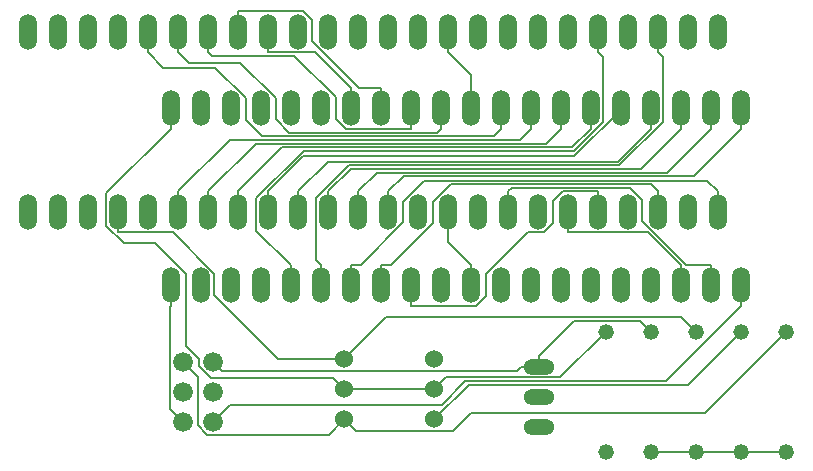
<source format=gtl>
G04 #@! TF.FileFunction,Copper,L1,Top,Signal*
%FSLAX46Y46*%
G04 Gerber Fmt 4.6, Leading zero omitted, Abs format (unit mm)*
G04 Created by KiCad (PCBNEW 4.0.6) date 06/26/18 14:47:35*
%MOMM*%
%LPD*%
G01*
G04 APERTURE LIST*
%ADD10C,0.100000*%
%ADD11C,1.524000*%
%ADD12O,2.641600X1.320800*%
%ADD13C,1.320800*%
%ADD14C,1.676400*%
%ADD15O,1.506220X3.014980*%
%ADD16C,0.152400*%
G04 APERTURE END LIST*
D10*
D11*
X144780000Y-118745000D03*
X144780000Y-116205000D03*
X144780000Y-121285000D03*
X152400000Y-121285000D03*
X152400000Y-118745000D03*
X152400000Y-116205000D03*
D12*
X161290000Y-119380000D03*
X161290000Y-116840000D03*
X161290000Y-121920000D03*
D13*
X182156000Y-113894000D03*
X182156000Y-124054000D03*
X178346000Y-113894000D03*
X178346000Y-124054000D03*
X174536000Y-113894000D03*
X174536000Y-124054000D03*
X170726000Y-124054000D03*
X170726000Y-113894000D03*
X166916000Y-113894000D03*
X166916000Y-124054000D03*
D14*
X131086000Y-121514000D03*
X131086000Y-118974000D03*
X131086000Y-116434000D03*
X133626000Y-121514000D03*
X133626000Y-118974000D03*
X133626000Y-116434000D03*
D15*
X130086000Y-109957000D03*
X132626000Y-109957000D03*
X135166000Y-109957000D03*
X137706000Y-109957000D03*
X140246000Y-109957000D03*
X142786000Y-109957000D03*
X145326000Y-109957000D03*
X147866000Y-109957000D03*
X150406000Y-109957000D03*
X152946000Y-109957000D03*
X155486000Y-109957000D03*
X158026000Y-109957000D03*
X160566000Y-109957000D03*
X163106000Y-109957000D03*
X165646000Y-109957000D03*
X168186000Y-109957000D03*
X170726000Y-109957000D03*
X173266000Y-109957000D03*
X175806000Y-109957000D03*
X178346000Y-109957000D03*
X178346000Y-94971000D03*
X175806000Y-94971000D03*
X173266000Y-94971000D03*
X170726000Y-94971000D03*
X168186000Y-94971000D03*
X165646000Y-94971000D03*
X163106000Y-94971000D03*
X160566000Y-94971000D03*
X158026000Y-94971000D03*
X155486000Y-94971000D03*
X152946000Y-94971000D03*
X150406000Y-94971000D03*
X147866000Y-94971000D03*
X145326000Y-94971000D03*
X142786000Y-94971000D03*
X140246000Y-94971000D03*
X137706000Y-94971000D03*
X135166000Y-94971000D03*
X132626000Y-94971000D03*
X130086000Y-94971000D03*
X118021000Y-103733600D03*
X120561000Y-103733600D03*
X123101000Y-103733600D03*
X125641000Y-103733600D03*
X128181000Y-103733600D03*
X130721000Y-103733600D03*
X133261000Y-103733600D03*
X135801000Y-103733600D03*
X138341000Y-103733600D03*
X140881000Y-103733600D03*
X143421000Y-103733600D03*
X145961000Y-103733600D03*
X148501000Y-103733600D03*
X151041000Y-103733600D03*
X153581000Y-103733600D03*
X156121000Y-103733600D03*
X158661000Y-103733600D03*
X161201000Y-103733600D03*
X163741000Y-103733600D03*
X166281000Y-103733600D03*
X168821000Y-103733600D03*
X171361000Y-103733600D03*
X173901000Y-103733600D03*
X176441000Y-103733600D03*
X176441000Y-88493600D03*
X173901000Y-88493600D03*
X171361000Y-88493600D03*
X168821000Y-88493600D03*
X166281000Y-88493600D03*
X163741000Y-88493600D03*
X161201000Y-88493600D03*
X158661000Y-88493600D03*
X156121000Y-88493600D03*
X153581000Y-88493600D03*
X151041000Y-88493600D03*
X148501000Y-88493600D03*
X145961000Y-88493600D03*
X143421000Y-88493600D03*
X140881000Y-88493600D03*
X138341000Y-88493600D03*
X135801000Y-88493600D03*
X133261000Y-88493600D03*
X130721000Y-88493600D03*
X128181000Y-88493600D03*
X125641000Y-88493600D03*
X123101000Y-88493600D03*
X120561000Y-88493600D03*
X118021000Y-88493600D03*
D16*
X170726000Y-124054000D02*
X174536000Y-124054000D01*
X174536000Y-124054000D02*
X178346000Y-124054000D01*
X178346000Y-124054000D02*
X182156000Y-124054000D01*
X153581000Y-106315600D02*
X155486000Y-108220600D01*
X153581000Y-103733600D02*
X153581000Y-106315600D01*
X155486000Y-109957000D02*
X155486000Y-108220600D01*
X155486000Y-92135000D02*
X155486000Y-94971000D01*
X153581000Y-90230000D02*
X155486000Y-92135000D01*
X153581000Y-88493600D02*
X153581000Y-90230000D01*
X153415300Y-117729700D02*
X152400000Y-118745000D01*
X163080300Y-117729700D02*
X153415300Y-117729700D01*
X166916000Y-113894000D02*
X163080300Y-117729700D01*
X152400000Y-118745000D02*
X144780000Y-118745000D01*
X124643400Y-102150000D02*
X130086000Y-96707400D01*
X124643400Y-104905000D02*
X124643400Y-102150000D01*
X126114400Y-106376000D02*
X124643400Y-104905000D01*
X128716400Y-106376000D02*
X126114400Y-106376000D01*
X131356000Y-109015600D02*
X128716400Y-106376000D01*
X131356000Y-115078900D02*
X131356000Y-109015600D01*
X132464000Y-116186900D02*
X131356000Y-115078900D01*
X132464000Y-116786700D02*
X132464000Y-116186900D01*
X133451100Y-117773800D02*
X132464000Y-116786700D01*
X143808800Y-117773800D02*
X133451100Y-117773800D01*
X144780000Y-118745000D02*
X143808800Y-117773800D01*
X130086000Y-94971000D02*
X130086000Y-96707400D01*
X161290000Y-116840000D02*
X161290000Y-115950700D01*
X169832900Y-113000900D02*
X170726000Y-113894000D01*
X164239800Y-113000900D02*
X169832900Y-113000900D01*
X161290000Y-115950700D02*
X164239800Y-113000900D01*
X159384300Y-117196000D02*
X159740300Y-116840000D01*
X134388000Y-117196000D02*
X159384300Y-117196000D01*
X133626000Y-116434000D02*
X134388000Y-117196000D01*
X161290000Y-116840000D02*
X159740300Y-116840000D01*
X130003700Y-120431700D02*
X131086000Y-121514000D01*
X130003700Y-111775700D02*
X130003700Y-120431700D01*
X130086000Y-111693400D02*
X130003700Y-111775700D01*
X130086000Y-109957000D02*
X130086000Y-111693400D01*
X175323700Y-120726300D02*
X182156000Y-113894000D01*
X155498300Y-120726300D02*
X175323700Y-120726300D01*
X153941700Y-122282900D02*
X155498300Y-120726300D01*
X145777900Y-122282900D02*
X153941700Y-122282900D01*
X144780000Y-121285000D02*
X145777900Y-122282900D01*
X143465700Y-122599300D02*
X144780000Y-121285000D01*
X133194000Y-122599300D02*
X143465700Y-122599300D01*
X132356100Y-121761400D02*
X133194000Y-122599300D01*
X132356100Y-117704100D02*
X132356100Y-121761400D01*
X131086000Y-116434000D02*
X132356100Y-117704100D01*
X155332600Y-118352400D02*
X152400000Y-121285000D01*
X173887600Y-118352400D02*
X155332600Y-118352400D01*
X178346000Y-113894000D02*
X173887600Y-118352400D01*
X125641000Y-103733600D02*
X125641000Y-105470000D01*
X139202600Y-116205000D02*
X144780000Y-116205000D01*
X133788000Y-110790400D02*
X139202600Y-116205000D01*
X133788000Y-108966500D02*
X133788000Y-110790400D01*
X130291500Y-105470000D02*
X133788000Y-108966500D01*
X125641000Y-105470000D02*
X130291500Y-105470000D01*
X173296300Y-112654300D02*
X174536000Y-113894000D01*
X148330700Y-112654300D02*
X173296300Y-112654300D01*
X144780000Y-116205000D02*
X148330700Y-112654300D01*
X135098800Y-120041200D02*
X133626000Y-121514000D01*
X153011500Y-120041200D02*
X135098800Y-120041200D01*
X155017900Y-118034800D02*
X153011500Y-120041200D01*
X172004600Y-118034800D02*
X155017900Y-118034800D01*
X178346000Y-111693400D02*
X172004600Y-118034800D01*
X178346000Y-109957000D02*
X178346000Y-111693400D01*
X166281000Y-88493600D02*
X166281000Y-90230000D01*
X140246000Y-109957000D02*
X140246000Y-108220600D01*
X137340700Y-105315300D02*
X140246000Y-108220600D01*
X137340700Y-102565800D02*
X137340700Y-105315300D01*
X141336800Y-98569700D02*
X137340700Y-102565800D01*
X164215200Y-98569700D02*
X141336800Y-98569700D01*
X166665400Y-96119500D02*
X164215200Y-98569700D01*
X166665400Y-90614400D02*
X166665400Y-96119500D01*
X166281000Y-90230000D02*
X166665400Y-90614400D01*
X171361000Y-88493600D02*
X171361000Y-90230000D01*
X142786000Y-109957000D02*
X142786000Y-108220600D01*
X171745400Y-90614400D02*
X171361000Y-90230000D01*
X171745400Y-96119600D02*
X171745400Y-90614400D01*
X168074900Y-99790100D02*
X171745400Y-96119600D01*
X145155000Y-99790100D02*
X168074900Y-99790100D01*
X142389100Y-102556000D02*
X145155000Y-99790100D01*
X142389100Y-107823700D02*
X142389100Y-102556000D01*
X142786000Y-108220600D02*
X142389100Y-107823700D01*
X176441000Y-103733600D02*
X176441000Y-101997200D01*
X145326000Y-109957000D02*
X145326000Y-108220600D01*
X175525700Y-101081900D02*
X176441000Y-101997200D01*
X151547500Y-101081900D02*
X175525700Y-101081900D01*
X149771000Y-102858400D02*
X151547500Y-101081900D01*
X149771000Y-104613900D02*
X149771000Y-102858400D01*
X146164300Y-108220600D02*
X149771000Y-104613900D01*
X145326000Y-108220600D02*
X146164300Y-108220600D01*
X147866000Y-109957000D02*
X147866000Y-108220600D01*
X171361000Y-103733600D02*
X171361000Y-101997200D01*
X170750800Y-101387000D02*
X171361000Y-101997200D01*
X153775800Y-101387000D02*
X170750800Y-101387000D01*
X152311000Y-102851800D02*
X153775800Y-101387000D01*
X152311000Y-104651500D02*
X152311000Y-102851800D01*
X148741900Y-108220600D02*
X152311000Y-104651500D01*
X147866000Y-108220600D02*
X148741900Y-108220600D01*
X155950800Y-111693400D02*
X150406000Y-111693400D01*
X156756000Y-110888200D02*
X155950800Y-111693400D01*
X156756000Y-109010400D02*
X156756000Y-110888200D01*
X160296300Y-105470100D02*
X156756000Y-109010400D01*
X161672900Y-105470100D02*
X160296300Y-105470100D01*
X162471000Y-104672000D02*
X161672900Y-105470100D01*
X162471000Y-102843100D02*
X162471000Y-104672000D01*
X163316900Y-101997200D02*
X162471000Y-102843100D01*
X166281000Y-101997200D02*
X163316900Y-101997200D01*
X166281000Y-103733600D02*
X166281000Y-101997200D01*
X150406000Y-109957000D02*
X150406000Y-111693400D01*
X163741000Y-103733600D02*
X163741000Y-105470000D01*
X173266000Y-109957000D02*
X173266000Y-108220600D01*
X170515400Y-105470000D02*
X173266000Y-108220600D01*
X163741000Y-105470000D02*
X170515400Y-105470000D01*
X158661000Y-103733600D02*
X158661000Y-101997200D01*
X175806000Y-109957000D02*
X175806000Y-108220600D01*
X173704600Y-108220600D02*
X175806000Y-108220600D01*
X169983000Y-104499000D02*
X173704600Y-108220600D01*
X169983000Y-102725400D02*
X169983000Y-104499000D01*
X168949700Y-101692100D02*
X169983000Y-102725400D01*
X158966100Y-101692100D02*
X168949700Y-101692100D01*
X158661000Y-101997200D02*
X158966100Y-101692100D01*
X148501000Y-103733600D02*
X148501000Y-101997200D01*
X178346000Y-94971000D02*
X178346000Y-96707400D01*
X174348000Y-100705400D02*
X178346000Y-96707400D01*
X149792800Y-100705400D02*
X174348000Y-100705400D01*
X148501000Y-101997200D02*
X149792800Y-100705400D01*
X145961000Y-103733600D02*
X145961000Y-101997200D01*
X175806000Y-94971000D02*
X175806000Y-96707400D01*
X172113100Y-100400300D02*
X175806000Y-96707400D01*
X147557900Y-100400300D02*
X172113100Y-100400300D01*
X145961000Y-101997200D02*
X147557900Y-100400300D01*
X143421000Y-103733600D02*
X143421000Y-101997200D01*
X173266000Y-94971000D02*
X173266000Y-96707400D01*
X169878200Y-100095200D02*
X173266000Y-96707400D01*
X145323000Y-100095200D02*
X169878200Y-100095200D01*
X143421000Y-101997200D02*
X145323000Y-100095200D01*
X140881000Y-103733600D02*
X140881000Y-101997200D01*
X170726000Y-94971000D02*
X170726000Y-96707400D01*
X167948400Y-99485000D02*
X170726000Y-96707400D01*
X143393200Y-99485000D02*
X167948400Y-99485000D01*
X140881000Y-101997200D02*
X143393200Y-99485000D01*
X168186000Y-95090600D02*
X168186000Y-94971000D01*
X164249200Y-99027400D02*
X168186000Y-95090600D01*
X141310800Y-99027400D02*
X164249200Y-99027400D01*
X138341000Y-101997200D02*
X141310800Y-99027400D01*
X138341000Y-103733600D02*
X138341000Y-101997200D01*
X135801000Y-103733600D02*
X135801000Y-101997200D01*
X165646000Y-94971000D02*
X165646000Y-96707400D01*
X139533600Y-98264600D02*
X135801000Y-101997200D01*
X164088800Y-98264600D02*
X139533600Y-98264600D01*
X165646000Y-96707400D02*
X164088800Y-98264600D01*
X133261000Y-103733600D02*
X133261000Y-101997200D01*
X163106000Y-94971000D02*
X163106000Y-96707400D01*
X161853900Y-97959500D02*
X163106000Y-96707400D01*
X137298700Y-97959500D02*
X161853900Y-97959500D01*
X133261000Y-101997200D02*
X137298700Y-97959500D01*
X130721000Y-103733600D02*
X130721000Y-101997200D01*
X160566000Y-94971000D02*
X160566000Y-96707400D01*
X159619000Y-97654400D02*
X160566000Y-96707400D01*
X135063800Y-97654400D02*
X159619000Y-97654400D01*
X130721000Y-101997200D02*
X135063800Y-97654400D01*
X128181000Y-88493600D02*
X128181000Y-90230000D01*
X158026000Y-94971000D02*
X158026000Y-96707400D01*
X157415800Y-97317600D02*
X158026000Y-96707400D01*
X137840400Y-97317600D02*
X157415800Y-97317600D01*
X136436000Y-95913200D02*
X137840400Y-97317600D01*
X136436000Y-94090700D02*
X136436000Y-95913200D01*
X133860000Y-91514700D02*
X136436000Y-94090700D01*
X129465700Y-91514700D02*
X133860000Y-91514700D01*
X128181000Y-90230000D02*
X129465700Y-91514700D01*
X152640900Y-97012500D02*
X152946000Y-96707400D01*
X140133100Y-97012500D02*
X152640900Y-97012500D01*
X138976000Y-95855400D02*
X140133100Y-97012500D01*
X138976000Y-94090800D02*
X138976000Y-95855400D01*
X135986800Y-91101600D02*
X138976000Y-94090800D01*
X131592600Y-91101600D02*
X135986800Y-91101600D01*
X130721000Y-90230000D02*
X131592600Y-91101600D01*
X152946000Y-94971000D02*
X152946000Y-96707400D01*
X130721000Y-88493600D02*
X130721000Y-90230000D01*
X144902600Y-96707400D02*
X150406000Y-96707400D01*
X144056000Y-95860800D02*
X144902600Y-96707400D01*
X144056000Y-94039600D02*
X144056000Y-95860800D01*
X140551600Y-90535200D02*
X144056000Y-94039600D01*
X133566200Y-90535200D02*
X140551600Y-90535200D01*
X133261000Y-90230000D02*
X133566200Y-90535200D01*
X133261000Y-88493600D02*
X133261000Y-90230000D01*
X150406000Y-94971000D02*
X150406000Y-96707400D01*
X146018600Y-93234600D02*
X147866000Y-93234600D01*
X142043000Y-89259000D02*
X146018600Y-93234600D01*
X142043000Y-87507700D02*
X142043000Y-89259000D01*
X141292500Y-86757200D02*
X142043000Y-87507700D01*
X135801000Y-86757200D02*
X141292500Y-86757200D01*
X135801000Y-88493600D02*
X135801000Y-86757200D01*
X147866000Y-94971000D02*
X147866000Y-93234600D01*
X142321400Y-90230000D02*
X145326000Y-93234600D01*
X138341000Y-90230000D02*
X142321400Y-90230000D01*
X138341000Y-88493600D02*
X138341000Y-90230000D01*
X145326000Y-94971000D02*
X145326000Y-93234600D01*
M02*

</source>
